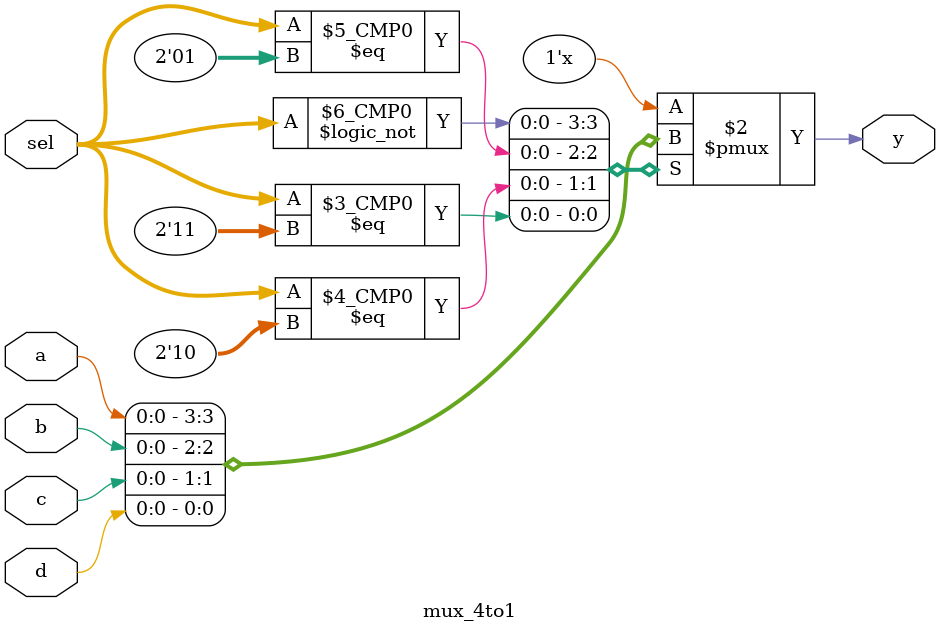
<source format=sv>
`default_nettype none

module mux_4to1 (
    input  wire a,b,c,d,
    input  wire [1:0] sel,
    output logic y
);

    always_comb begin
        case (sel)
            2'b00: y = a;
            2'b01: y = b;
            2'b10: y = c;
            2'b11: y = d;
            default: y = 'x;
        endcase
    end

endmodule
`default_nettype wire
</source>
